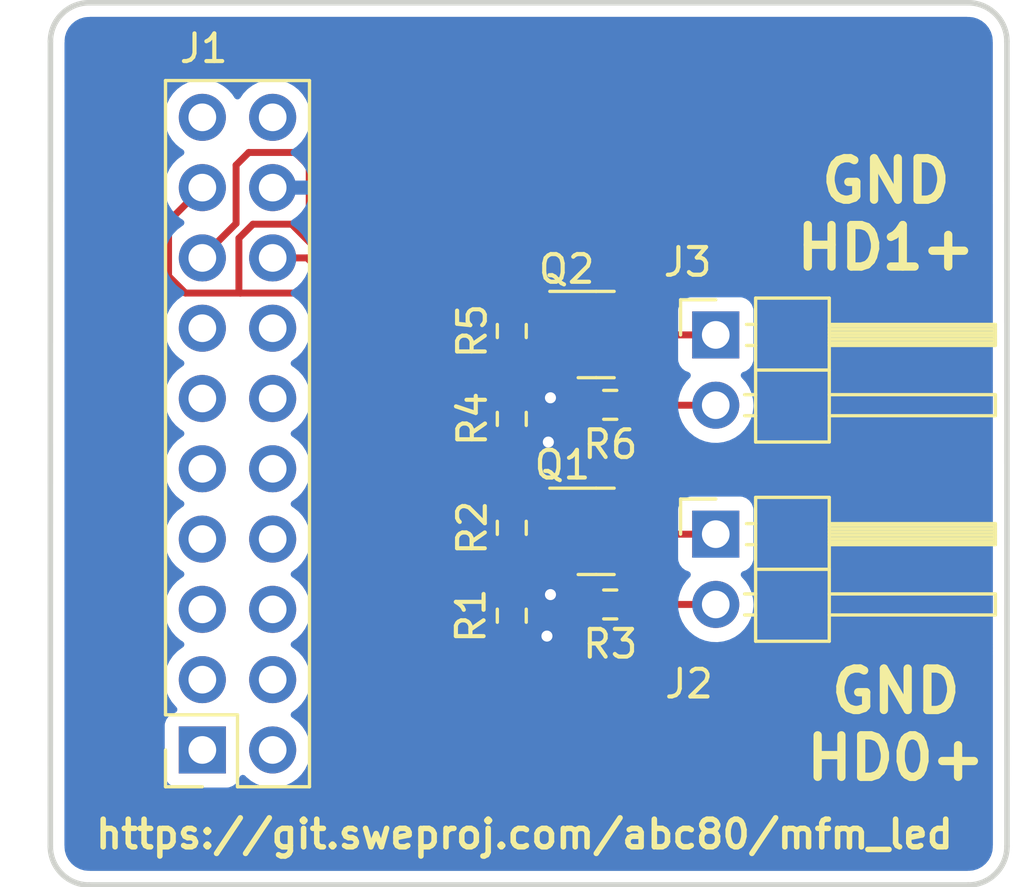
<source format=kicad_pcb>
(kicad_pcb (version 20211014) (generator pcbnew)
  (layers (0 "F.Cu" signal) (31 "B.Cu" signal) (34 "B.Paste" user) (35 "F.Paste" user) (36 "B.SilkS" user "B.Silkscreen") (37 "F.SilkS" user "F.Silkscreen") (38 "B.Mask" user) (39 "F.Mask" user) (44 "Edge.Cuts" user))
  (net 0 "")
  (net 1 "Net-(Q1-Pad1)")
  (net 2 "GND")
  (net 3 "Net-(J2-Pad1)")
  (net 4 "Net-(J1-Pad16)")
  (net 5 "Net-(J2-Pad2)")
  (net 6 "+5V")
  (net 11 "unconnected-(J1-Pad5)")
  (net 23 "Net-(J1-Pad15)")
  (net 24 "Net-(J3-Pad1)")
  (net 25 "Net-(J3-Pad2)")
  (net 26 "Net-(Q2-Pad1)")
  (footprint "Package_TO_SOT_SMD:SOT-23" (layer "F.Cu") (at 139.0904 118.0338)
    (fp_text reference "Q1" (at -1.2192 -2.4) (layer "F.SilkS"))
    (fp_text value "MMBT3904")
    (fp_line (start 0 -1.56) (end 0.65 -1.56) (layer "F.SilkS") (width 0.12))
    (fp_line (start 0 -1.56) (end -1.675 -1.56) (layer "F.SilkS") (width 0.12))
    (fp_line (start 0 1.56) (end -0.65 1.56) (layer "F.SilkS") (width 0.12))
    (fp_line (start 0 1.56) (end 0.65 1.56) (layer "F.SilkS") (width 0.12))
    (pad "1" smd roundrect (at -0.9375 -0.95) (size 1.475 0.6) (layers "F.Cu" "F.Paste" "F.Mask") (net 1 "Net-(Q1-Pad1)"))
    (pad "2" smd roundrect (at -0.9375 0.95) (size 1.475 0.6) (layers "F.Cu" "F.Paste" "F.Mask") (net 2 "GND"))
    (pad "3" smd roundrect (at 0.9375 0) (size 1.475 0.6) (layers "F.Cu" "F.Paste" "F.Mask") (net 3 "Net-(J2-Pad1)"))
  )
  (footprint "Resistor_SMD:R_0603_1608Metric" (layer "F.Cu") (at 136.0424 110.7948 90)
    (fp_text reference "R5" (at 0 -1.43 90) (layer "F.SilkS"))
    (fp_text value "10k")
    (fp_line (start -0.237258 0.5225) (end 0.237258 0.5225) (layer "F.SilkS") (width 0.12))
    (fp_line (start -0.237258 -0.5225) (end 0.237258 -0.5225) (layer "F.SilkS") (width 0.12))
    (pad "1" smd roundrect (at -0.825 0 90) (size 0.8 0.95) (layers "F.Cu" "F.Paste" "F.Mask") (net 23 "Net-(J1-Pad15)"))
    (pad "2" smd roundrect (at 0.825 0 90) (size 0.8 0.95) (layers "F.Cu" "F.Paste" "F.Mask") (net 26 "Net-(Q2-Pad1)"))
  )
  (footprint "Resistor_SMD:R_0603_1608Metric" (layer "F.Cu") (at 139.5984 120.6754 180)
    (fp_text reference "R3" (at 0 -1.43) (layer "F.SilkS"))
    (fp_text value "180")
    (fp_line (start -0.237258 0.5225) (end 0.237258 0.5225) (layer "F.SilkS") (width 0.12))
    (fp_line (start -0.237258 -0.5225) (end 0.237258 -0.5225) (layer "F.SilkS") (width 0.12))
    (pad "1" smd roundrect (at -0.825 0 180) (size 0.8 0.95) (layers "F.Cu" "F.Paste" "F.Mask") (net 5 "Net-(J2-Pad2)"))
    (pad "2" smd roundrect (at 0.825 0 180) (size 0.8 0.95) (layers "F.Cu" "F.Paste" "F.Mask") (net 6 "+5V"))
  )
  (footprint "Connector_PinHeader_2.54mm:PinHeader_1x02_P2.54mm_Horizontal" (layer "F.Cu") (at 143.4084 118.1354)
    (fp_text reference "J2" (at -0.9652 5.4102) (layer "F.SilkS"))
    (fp_text value "Conn_01x02_Male")
    (fp_line (start 1.042929 2.16) (end 1.44 2.16) (layer "F.SilkS") (width 0.12))
    (fp_line (start 10.1 -0.38) (end 10.1 0.38) (layer "F.SilkS") (width 0.12))
    (fp_line (start 4.1 0.28) (end 10.1 0.28) (layer "F.SilkS") (width 0.12))
    (fp_line (start 1.44 3.87) (end 4.1 3.87) (layer "F.SilkS") (width 0.12))
    (fp_line (start -1.27 -1.27) (end 0 -1.27) (layer "F.SilkS") (width 0.12))
    (fp_line (start 1.11 0.38) (end 1.44 0.38) (layer "F.SilkS") (width 0.12))
    (fp_line (start 4.1 -0.32) (end 10.1 -0.32) (layer "F.SilkS") (width 0.12))
    (fp_line (start 4.1 -0.2) (end 10.1 -0.2) (layer "F.SilkS") (width 0.12))
    (fp_line (start 10.1 2.16) (end 10.1 2.92) (layer "F.SilkS") (width 0.12))
    (fp_line (start 4.1 0.04) (end 10.1 0.04) (layer "F.SilkS") (width 0.12))
    (fp_line (start 10.1 2.92) (end 4.1 2.92) (layer "F.SilkS") (width 0.12))
    (fp_line (start 1.44 -1.33) (end 1.44 3.87) (layer "F.SilkS") (width 0.12))
    (fp_line (start 4.1 -0.38) (end 10.1 -0.38) (layer "F.SilkS") (width 0.12))
    (fp_line (start 4.1 2.16) (end 10.1 2.16) (layer "F.SilkS") (width 0.12))
    (fp_line (start 1.44 1.27) (end 4.1 1.27) (layer "F.SilkS") (width 0.12))
    (fp_line (start 4.1 -1.33) (end 1.44 -1.33) (layer "F.SilkS") (width 0.12))
    (fp_line (start 1.042929 2.92) (end 1.44 2.92) (layer "F.SilkS") (width 0.12))
    (fp_line (start 4.1 -0.08) (end 10.1 -0.08) (layer "F.SilkS") (width 0.12))
    (fp_line (start 4.1 0.16) (end 10.1 0.16) (layer "F.SilkS") (width 0.12))
    (fp_line (start 1.11 -0.38) (end 1.44 -0.38) (layer "F.SilkS") (width 0.12))
    (fp_line (start -1.27 0) (end -1.27 -1.27) (layer "F.SilkS") (width 0.12))
    (fp_line (start 4.1 3.87) (end 4.1 -1.33) (layer "F.SilkS") (width 0.12))
    (fp_line (start 10.1 0.38) (end 4.1 0.38) (layer "F.SilkS") (width 0.12))
    (pad "1" thru_hole rect (at 0 0) (size 1.7 1.7) (drill 1) (layers *.Cu *.Mask) (net 3 "Net-(J2-Pad1)"))
    (pad "2" thru_hole oval (at 0 2.54) (size 1.7 1.7) (drill 1) (layers *.Cu *.Mask) (net 5 "Net-(J2-Pad2)"))
  )
  (footprint "Resistor_SMD:R_0603_1608Metric" (layer "F.Cu") (at 136.0424 121.0818 -90)
    (fp_text reference "R1" (at 0 1.4732 90) (layer "F.SilkS"))
    (fp_text value "3.3k")
    (fp_line (start -0.237258 0.5225) (end 0.237258 0.5225) (layer "F.SilkS") (width 0.12))
    (fp_line (start -0.237258 -0.5225) (end 0.237258 -0.5225) (layer "F.SilkS") (width 0.12))
    (pad "1" smd roundrect (at -0.825 0 270) (size 0.8 0.95) (layers "F.Cu" "F.Paste" "F.Mask") (net 4 "Net-(J1-Pad16)"))
    (pad "2" smd roundrect (at 0.825 0 270) (size 0.8 0.95) (layers "F.Cu" "F.Paste" "F.Mask") (net 2 "GND"))
  )
  (footprint "Package_TO_SOT_SMD:SOT-23" (layer "F.Cu") (at 139.0904 110.9218)
    (fp_text reference "Q2" (at -1.0668 -2.3622) (layer "F.SilkS"))
    (fp_text value "MMBT3904")
    (fp_line (start 0 -1.56) (end -1.675 -1.56) (layer "F.SilkS") (width 0.12))
    (fp_line (start 0 1.56) (end 0.65 1.56) (layer "F.SilkS") (width 0.12))
    (fp_line (start 0 -1.56) (end 0.65 -1.56) (layer "F.SilkS") (width 0.12))
    (fp_line (start 0 1.56) (end -0.65 1.56) (layer "F.SilkS") (width 0.12))
    (pad "1" smd roundrect (at -0.9375 -0.95) (size 1.475 0.6) (layers "F.Cu" "F.Paste" "F.Mask") (net 26 "Net-(Q2-Pad1)"))
    (pad "2" smd roundrect (at -0.9375 0.95) (size 1.475 0.6) (layers "F.Cu" "F.Paste" "F.Mask") (net 2 "GND"))
    (pad "3" smd roundrect (at 0.9375 0) (size 1.475 0.6) (layers "F.Cu" "F.Paste" "F.Mask") (net 24 "Net-(J3-Pad1)"))
  )
  (footprint "Connector_PinHeader_2.54mm:PinHeader_1x02_P2.54mm_Horizontal" (layer "F.Cu") (at 143.4084 110.9354)
    (fp_text reference "J3" (at -1.016 -2.6298) (layer "F.SilkS"))
    (fp_text value "Conn_01x02_Male")
    (fp_line (start 10.1 -0.38) (end 10.1 0.38) (layer "F.SilkS") (width 0.12))
    (fp_line (start 4.1 3.87) (end 4.1 -1.33) (layer "F.SilkS") (width 0.12))
    (fp_line (start 4.1 0.28) (end 10.1 0.28) (layer "F.SilkS") (width 0.12))
    (fp_line (start 1.042929 2.16) (end 1.44 2.16) (layer "F.SilkS") (width 0.12))
    (fp_line (start 4.1 2.16) (end 10.1 2.16) (layer "F.SilkS") (width 0.12))
    (fp_line (start 4.1 -0.38) (end 10.1 -0.38) (layer "F.SilkS") (width 0.12))
    (fp_line (start 4.1 0.16) (end 10.1 0.16) (layer "F.SilkS") (width 0.12))
    (fp_line (start 1.44 1.27) (end 4.1 1.27) (layer "F.SilkS") (width 0.12))
    (fp_line (start 4.1 -0.32) (end 10.1 -0.32) (layer "F.SilkS") (width 0.12))
    (fp_line (start -1.27 -1.27) (end 0 -1.27) (layer "F.SilkS") (width 0.12))
    (fp_line (start 4.1 -0.2) (end 10.1 -0.2) (layer "F.SilkS") (width 0.12))
    (fp_line (start 1.44 -1.33) (end 1.44 3.87) (layer "F.SilkS") (width 0.12))
    (fp_line (start 4.1 -0.08) (end 10.1 -0.08) (layer "F.SilkS") (width 0.12))
    (fp_line (start 1.44 3.87) (end 4.1 3.87) (layer "F.SilkS") (width 0.12))
    (fp_line (start 1.11 -0.38) (end 1.44 -0.38) (layer "F.SilkS") (width 0.12))
    (fp_line (start 1.11 0.38) (end 1.44 0.38) (layer "F.SilkS") (width 0.12))
    (fp_line (start 4.1 0.04) (end 10.1 0.04) (layer "F.SilkS") (width 0.12))
    (fp_line (start 10.1 2.92) (end 4.1 2.92) (layer "F.SilkS") (width 0.12))
    (fp_line (start 1.042929 2.92) (end 1.44 2.92) (layer "F.SilkS") (width 0.12))
    (fp_line (start 10.1 0.38) (end 4.1 0.38) (layer "F.SilkS") (width 0.12))
    (fp_line (start -1.27 0) (end -1.27 -1.27) (layer "F.SilkS") (width 0.12))
    (fp_line (start 10.1 2.16) (end 10.1 2.92) (layer "F.SilkS") (width 0.12))
    (fp_line (start 4.1 -1.33) (end 1.44 -1.33) (layer "F.SilkS") (width 0.12))
    (pad "1" thru_hole rect (at 0 0) (size 1.7 1.7) (drill 1) (layers *.Cu *.Mask) (net 24 "Net-(J3-Pad1)"))
    (pad "2" thru_hole oval (at 0 2.54) (size 1.7 1.7) (drill 1) (layers *.Cu *.Mask) (net 25 "Net-(J3-Pad2)"))
  )
  (footprint "Connector_PinSocket_2.54mm:PinSocket_2x10_P2.54mm_Vertical" (layer "F.Cu") (at 124.8664 125.9332 180)
    (fp_text reference "J1" (at -0.0508 25.3492) (layer "F.SilkS"))
    (fp_text value "Conn_02x10_Odd_Even")
    (fp_line (start -3.87 24.19) (end 1.33 24.19) (layer "F.SilkS") (width 0.12))
    (fp_line (start 0 -1.33) (end 1.33 -1.33) (layer "F.SilkS") (width 0.12))
    (fp_line (start -3.87 -1.33) (end -1.27 -1.33) (layer "F.SilkS") (width 0.12))
    (fp_line (start -3.87 -1.33) (end -3.87 24.19) (layer "F.SilkS") (width 0.12))
    (fp_line (start 1.33 -1.33) (end 1.33 0) (layer "F.SilkS") (width 0.12))
    (fp_line (start 1.33 1.27) (end 1.33 24.19) (layer "F.SilkS") (width 0.12))
    (fp_line (start -1.27 -1.33) (end -1.27 1.27) (layer "F.SilkS") (width 0.12))
    (fp_line (start -1.27 1.27) (end 1.33 1.27) (layer "F.SilkS") (width 0.12))
    (pad "1" thru_hole rect (at 0 0 180) (size 1.7 1.7) (drill 1) (layers *.Cu *.Mask))
    (pad "2" thru_hole oval (at -2.54 0 180) (size 1.7 1.7) (drill 1) (layers *.Cu *.Mask))
    (pad "3" thru_hole oval (at 0 2.54 180) (size 1.7 1.7) (drill 1) (layers *.Cu *.Mask))
    (pad "4" thru_hole oval (at -2.54 2.54 180) (size 1.7 1.7) (drill 1) (layers *.Cu *.Mask))
    (pad "5" thru_hole oval (at 0 5.08 180) (size 1.7 1.7) (drill 1) (layers *.Cu *.Mask) (net 11 "unconnected-(J1-Pad5)"))
    (pad "6" thru_hole oval (at -2.54 5.08 180) (size 1.7 1.7) (drill 1) (layers *.Cu *.Mask))
    (pad "7" thru_hole oval (at 0 7.62 180) (size 1.7 1.7) (drill 1) (layers *.Cu *.Mask))
    (pad "8" thru_hole oval (at -2.54 7.62 180) (size 1.7 1.7) (drill 1) (layers *.Cu *.Mask))
    (pad "9" thru_hole oval (at 0 10.16 180) (size 1.7 1.7) (drill 1) (layers *.Cu *.Mask))
    (pad "10" thru_hole oval (at -2.54 10.16 180) (size 1.7 1.7) (drill 1) (layers *.Cu *.Mask))
    (pad "11" thru_hole oval (at 0 12.7 180) (size 1.7 1.7) (drill 1) (layers *.Cu *.Mask))
    (pad "12" thru_hole oval (at -2.54 12.7 180) (size 1.7 1.7) (drill 1) (layers *.Cu *.Mask))
    (pad "13" thru_hole oval (at 0 15.24 180) (size 1.7 1.7) (drill 1) (layers *.Cu *.Mask))
    (pad "14" thru_hole oval (at -2.54 15.24 180) (size 1.7 1.7) (drill 1) (layers *.Cu *.Mask))
    (pad "15" thru_hole oval (at 0 17.78 180) (size 1.7 1.7) (drill 1) (layers *.Cu *.Mask) (net 23 "Net-(J1-Pad15)"))
    (pad "16" thru_hole oval (at -2.54 17.78 180) (size 1.7 1.7) (drill 1) (layers *.Cu *.Mask) (net 4 "Net-(J1-Pad16)"))
    (pad "17" thru_hole oval (at 0 20.32 180) (size 1.7 1.7) (drill 1) (layers *.Cu *.Mask) (net 6 "+5V"))
    (pad "18" thru_hole oval (at -2.54 20.32 180) (size 1.7 1.7) (drill 1) (layers *.Cu *.Mask) (net 2 "GND"))
    (pad "19" thru_hole oval (at 0 22.86 180) (size 1.7 1.7) (drill 1) (layers *.Cu *.Mask))
    (pad "20" thru_hole oval (at -2.54 22.86 180) (size 1.7 1.7) (drill 1) (layers *.Cu *.Mask))
  )
  (footprint "Resistor_SMD:R_0603_1608Metric" (layer "F.Cu") (at 136.0424 117.9068 90)
    (fp_text reference "R2" (at 0 -1.43 90) (layer "F.SilkS"))
    (fp_text value "10k")
    (fp_line (start -0.237258 -0.5225) (end 0.237258 -0.5225) (layer "F.SilkS") (width 0.12))
    (fp_line (start -0.237258 0.5225) (end 0.237258 0.5225) (layer "F.SilkS") (width 0.12))
    (pad "1" smd roundrect (at -0.825 0 90) (size 0.8 0.95) (layers "F.Cu" "F.Paste" "F.Mask") (net 4 "Net-(J1-Pad16)"))
    (pad "2" smd roundrect (at 0.825 0 90) (size 0.8 0.95) (layers "F.Cu" "F.Paste" "F.Mask") (net 1 "Net-(Q1-Pad1)"))
  )
  (footprint "Resistor_SMD:R_0603_1608Metric" (layer "F.Cu") (at 136.0424 113.9698 -90)
    (fp_text reference "R4" (at 0 1.4224 90) (layer "F.SilkS"))
    (fp_text value "3.3k")
    (fp_line (start -0.237258 -0.5225) (end 0.237258 -0.5225) (layer "F.SilkS") (width 0.12))
    (fp_line (start -0.237258 0.5225) (end 0.237258 0.5225) (layer "F.SilkS") (width 0.12))
    (pad "1" smd roundrect (at -0.825 0 270) (size 0.8 0.95) (layers "F.Cu" "F.Paste" "F.Mask") (net 23 "Net-(J1-Pad15)"))
    (pad "2" smd roundrect (at 0.825 0 270) (size 0.8 0.95) (layers "F.Cu" "F.Paste" "F.Mask") (net 2 "GND"))
  )
  (footprint "Resistor_SMD:R_0603_1608Metric" (layer "F.Cu") (at 139.5984 113.4618 180)
    (fp_text reference "R6" (at 0 -1.43) (layer "F.SilkS"))
    (fp_text value "180")
    (fp_line (start -0.237258 -0.5225) (end 0.237258 -0.5225) (layer "F.SilkS") (width 0.12))
    (fp_line (start -0.237258 0.5225) (end 0.237258 0.5225) (layer "F.SilkS") (width 0.12))
    (pad "1" smd roundrect (at -0.825 0 180) (size 0.8 0.95) (layers "F.Cu" "F.Paste" "F.Mask") (net 25 "Net-(J3-Pad2)"))
    (pad "2" smd roundrect (at 0.825 0 180) (size 0.8 0.95) (layers "F.Cu" "F.Paste" "F.Mask") (net 6 "+5V"))
  )
  (gr_arc (start 119.38 100.33) (mid 119.789172 99.342172) (end 120.777 98.933) (layer "Edge.Cuts") (width 0.2))
  (gr_arc (start 153.926772 129.415772) (mid 153.5176 130.4036) (end 152.529772 130.812772) (layer "Edge.Cuts") (width 0.2))
  (gr_line (start 153.924 100.33) (end 153.926772 129.415772) (layer "Edge.Cuts") (width 0.2))
  (gr_line (start 120.777 98.933) (end 152.527 98.933) (layer "Edge.Cuts") (width 0.2))
  (gr_line (start 119.377228 129.415772) (end 119.38 100.33) (layer "Edge.Cuts") (width 0.2))
  (gr_arc (start 120.774228 130.812772) (mid 119.7864 130.4036) (end 119.377228 129.415772) (layer "Edge.Cuts") (width 0.2))
  (gr_arc (start 152.527 98.933) (mid 153.514828 99.342172) (end 153.924 100.33) (layer "Edge.Cuts") (width 0.2))
  (gr_line (start 152.529772 130.812772) (end 120.774228 130.812772) (layer "Edge.Cuts") (width 0.2))
  (gr_text "GND\nHD1+" (at 149.5552 106.5784) (layer "F.SilkS") (effects (font (size 1.5 1.5) (thickness 0.3))))
  (gr_text "GND\nHD0+" (at 149.9108 125.0188) (layer "F.SilkS") (effects (font (size 1.5 1.5) (thickness 0.3))))
  (gr_text "https://git.sweproj.com/abc80/mfm_led" (at 136.4996 128.9812) (layer "F.SilkS") (effects (font (size 1 1) (thickness 0.2))))
  (segment (start 136.0444 117.0838) (end 136.0424 117.0818) (width 0.25) (layer "F.Cu") (net 1))
  (segment (start 138.1529 117.0838) (end 136.0444 117.0838) (width 0.25) (layer "F.Cu") (net 1))
  (segment (start 137.35 114.7948) (end 137.3632 114.808) (width 0.25) (layer "F.Cu") (net 2))
  (segment (start 137.224 121.9068) (end 137.3124 121.8184) (width 0.25) (layer "F.Cu") (net 2))
  (segment (start 138.1529 111.8718) (end 138.1529 112.4943) (width 0.25) (layer "F.Cu") (net 2))
  (segment (start 138.1529 112.4943) (end 137.4394 113.2078) (width 0.25) (layer "F.Cu") (net 2))
  (segment (start 138.1529 118.9838) (end 138.1529 119.6063) (width 0.25) (layer "F.Cu") (net 2))
  (segment (start 138.1529 119.6063) (end 137.4394 120.3198) (width 0.25) (layer "F.Cu") (net 2))
  (segment (start 136.0424 121.9068) (end 137.224 121.9068) (width 0.25) (layer "F.Cu") (net 2))
  (segment (start 136.0424 114.7948) (end 137.35 114.7948) (width 0.25) (layer "F.Cu") (net 2))
  (via (at 137.4394 113.2078) (size 0.8) (drill 0.4) (layers "F.Cu" "B.Cu") (net 2))
  (via (at 137.4394 120.3198) (size 0.8) (drill 0.4) (layers "F.Cu" "B.Cu") (net 2))
  (via (at 137.3632 114.808) (size 0.8) (drill 0.4) (layers "F.Cu" "B.Cu") (net 2))
  (via (at 137.3124 121.8184) (size 0.8) (drill 0.4) (layers "F.Cu" "B.Cu") (net 2))
  (segment (start 140.1295 118.1354) (end 143.4084 118.1354) (width 0.25) (layer "F.Cu") (net 3))
  (segment (start 140.0279 118.0338) (end 140.1295 118.1354) (width 0.25) (layer "F.Cu") (net 3))
  (segment (start 136.0424 118.7318) (end 136.0424 120.2568) (width 0.25) (layer "F.Cu") (net 4))
  (segment (start 127.4064 108.1532) (end 128.65169 108.1532) (width 0.25) (layer "F.Cu") (net 4))
  (segment (start 132.986701 117.899101) (end 135.3444 120.2568) (width 0.25) (layer "F.Cu") (net 4))
  (segment (start 135.3444 120.2568) (end 136.0424 120.2568) (width 0.25) (layer "F.Cu") (net 4))
  (segment (start 128.65169 108.1532) (end 132.986701 112.488211) (width 0.25) (layer "F.Cu") (net 4))
  (segment (start 132.986701 112.488211) (end 132.986701 117.899101) (width 0.25) (layer "F.Cu") (net 4))
  (segment (start 140.4234 120.6754) (end 143.4084 120.6754) (width 0.25) (layer "F.Cu") (net 5))
  (segment (start 138.5824 122.682) (end 134.9248 122.682) (width 0.25) (layer "F.Cu") (net 6))
  (segment (start 126.6952 106.934) (end 128.09151 106.934) (width 0.25) (layer "F.Cu") (net 6))
  (segment (start 126.238 109.4232) (end 126.1872 109.3724) (width 0.25) (layer "F.Cu") (net 6))
  (segment (start 138.7734 114.8466) (end 138.7734 113.4618) (width 0.25) (layer "F.Cu") (net 6))
  (segment (start 134.9248 122.682) (end 132.5372 120.2944) (width 0.25) (layer "F.Cu") (net 6))
  (segment (start 126.1872 109.3724) (end 126.1872 107.442) (width 0.25) (layer "F.Cu") (net 6))
  (segment (start 135.2804 115.9256) (end 137.6944 115.9256) (width 0.25) (layer "F.Cu") (net 6))
  (segment (start 137.6944 115.9256) (end 138.7734 114.8466) (width 0.25) (layer "F.Cu") (net 6))
  (segment (start 123.6472 108.8136) (end 123.6472 106.8324) (width 0.25) (layer "F.Cu") (net 6))
  (segment (start 138.7734 122.491) (end 138.5824 122.682) (width 0.25) (layer "F.Cu") (net 6))
  (segment (start 132.5372 112.6744) (end 129.286 109.4232) (width 0.25) (layer "F.Cu") (net 6))
  (segment (start 124.2568 109.4232) (end 123.6472 108.8136) (width 0.25) (layer "F.Cu") (net 6))
  (segment (start 129.286 109.4232) (end 126.238 109.4232) (width 0.25) (layer "F.Cu") (net 6))
  (segment (start 126.238 109.4232) (end 124.2568 109.4232) (width 0.25) (layer "F.Cu") (net 6))
  (segment (start 126.1872 107.442) (end 126.6952 106.934) (width 0.25) (layer "F.Cu") (net 6))
  (segment (start 128.09151 106.934) (end 133.4516 112.29409) (width 0.25) (layer "F.Cu") (net 6))
  (segment (start 133.4516 114.0968) (end 135.2804 115.9256) (width 0.25) (layer "F.Cu") (net 6))
  (segment (start 132.5372 120.2944) (end 132.5372 112.6744) (width 0.25) (layer "F.Cu") (net 6))
  (segment (start 123.6472 106.8324) (end 124.8664 105.6132) (width 0.25) (layer "F.Cu") (net 6))
  (segment (start 138.7734 120.6754) (end 138.7734 122.491) (width 0.25) (layer "F.Cu") (net 6))
  (segment (start 138.7734 120.6754) (end 138.7734 122.4788) (width 0.25) (layer "F.Cu") (net 6))
  (segment (start 133.4516 112.29409) (end 133.4516 114.0968) (width 0.25) (layer "F.Cu") (net 6))
  (segment (start 124.8156 121.1072) (end 124.8156 121.08111) (width 0.25) (layer "F.Cu") (net 11))
  (segment (start 124.8664 108.12711) (end 126.0856 106.90791) (width 0.25) (layer "F.Cu") (net 23))
  (segment (start 128.7267 104.8507) (end 128.7267 106.9335) (width 0.25) (layer "F.Cu") (net 23))
  (segment (start 134.938 113.1448) (end 136.0424 113.1448) (width 0.25) (layer "F.Cu") (net 23))
  (segment (start 136.0424 111.6198) (end 136.0424 113.1448) (width 0.25) (layer "F.Cu") (net 23))
  (segment (start 124.8664 108.1532) (end 124.8664 108.12711) (width 0.25) (layer "F.Cu") (net 23))
  (segment (start 126.5428 104.3432) (end 128.2192 104.3432) (width 0.25) (layer "F.Cu") (net 23))
  (segment (start 128.7267 106.9335) (end 134.938 113.1448) (width 0.25) (layer "F.Cu") (net 23))
  (segment (start 126.0856 106.90791) (end 126.0856 104.8004) (width 0.25) (layer "F.Cu") (net 23))
  (segment (start 126.0856 104.8004) (end 126.5428 104.3432) (width 0.25) (layer "F.Cu") (net 23))
  (segment (start 128.2192 104.3432) (end 128.7267 104.8507) (width 0.25) (layer "F.Cu") (net 23))
  (segment (start 140.0279 110.9218) (end 140.0415 110.9354) (width 0.25) (layer "F.Cu") (net 24))
  (segment (start 140.0415 110.9354) (end 143.4084 110.9354) (width 0.25) (layer "F.Cu") (net 24))
  (segment (start 140.4234 113.4618) (end 140.437 113.4754) (width 0.25) (layer "F.Cu") (net 25))
  (segment (start 140.437 113.4754) (end 143.4084 113.4754) (width 0.25) (layer "F.Cu") (net 25))
  (segment (start 138.1509 109.9698) (end 138.1529 109.9718) (width 0.25) (layer "F.Cu") (net 26))
  (segment (start 136.0424 109.9698) (end 138.1509 109.9698) (width 0.25) (layer "F.Cu") (net 26))
  (zone (net 2) (net_name "GND") (layer "B.Cu") (connect_pads (clearance 0.508)) (min_thickness 0.254) (fill yes (thermal_gap 0.508) (thermal_bridge_width 0.508))
    (polygon (pts (xy 153.924 130.81) (xy 119.38 130.81) (xy 119.38 98.933) (xy 153.924 98.933)))
  )
)
</source>
